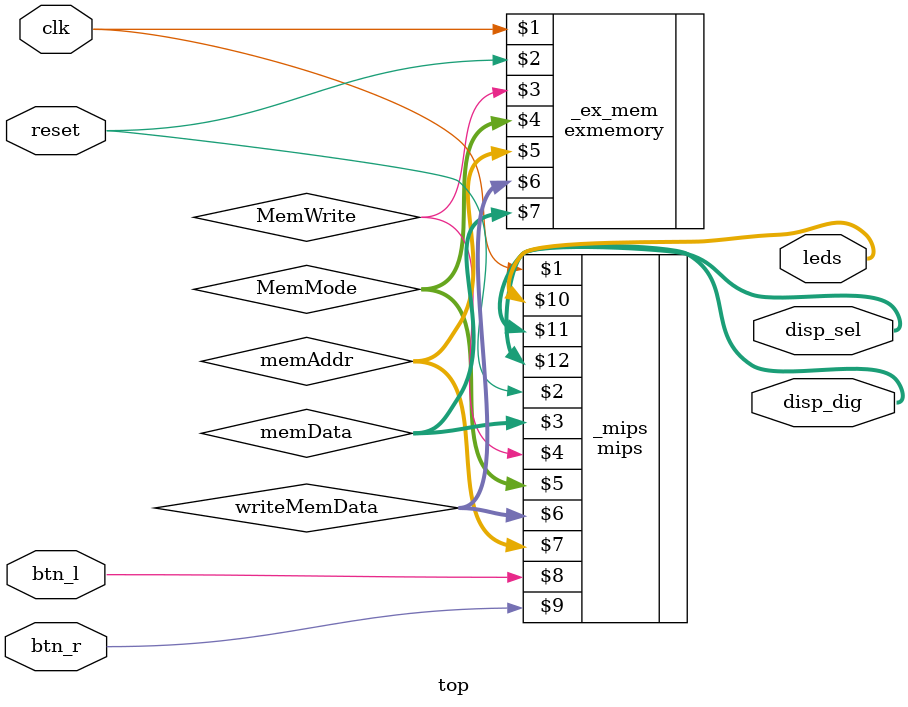
<source format=v>
module top (
    input clk, reset,
    input  btn_l, btn_r,
    output [15 : 0] leds,
    output [3  : 0] disp_sel,
    output [7  : 0] disp_dig
    );

    wire [31:0] memData, writeMemData;
    wire MemWrite;
    wire [1:0] MemMode;
    wire [15:0] memAddr;

    mips _mips(clk, reset, memData, MemWrite, MemMode, writeMemData, memAddr, btn_l, btn_r, leds, disp_sel, disp_dig);

    exmemory _ex_mem(clk, reset, MemWrite, MemMode, memAddr, writeMemData,
                //btn_l, btn_r, leds, disp_sel, disp_dig, 
                memData
                );


endmodule // top


//module top_tb ();
//    reg clk, reset;
//    wire [15:0] leds;
//    wire [3:0] disp_sel;
//    wire [7:0] disp_dig;
//    reg  btn_l, btn_r;
//    top _top(clk, reset,  btn_l, btn_r, leds, disp_sel, disp_dig);

//    always #5
//        clk = ~clk;

//    initial begin
//        $dumpvars(0, _top);
//        clk = 0;
//        reset = 0;
//        btn_l = 0;
//        btn_r = 0;
//        # 100 reset = 1;
//        # 200 reset = 0;
//        # 500 btn_l = 1;
//        # 60000000 begin
//            btn_l = 0;
//        end
        
        
//        //# 100 btn_r = 1;
//        //# 10 btn_r = 0;

//        # 1600000000 $finish;
//    end


//endmodule // top_tb

</source>
